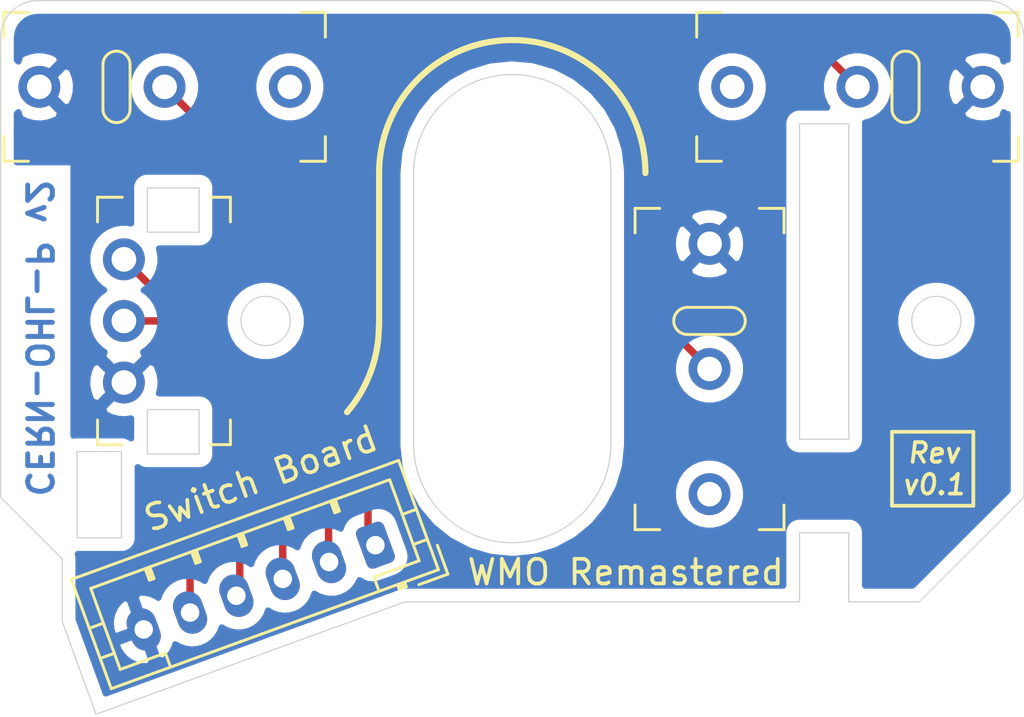
<source format=kicad_pcb>
(kicad_pcb (version 20171130) (host pcbnew 5.1.8)

  (general
    (thickness 1.6)
    (drawings 44)
    (tracks 28)
    (zones 0)
    (modules 5)
    (nets 7)
  )

  (page A4)
  (layers
    (0 F.Cu signal)
    (31 B.Cu signal)
    (32 B.Adhes user)
    (33 F.Adhes user)
    (34 B.Paste user)
    (35 F.Paste user)
    (36 B.SilkS user)
    (37 F.SilkS user)
    (38 B.Mask user)
    (39 F.Mask user)
    (40 Dwgs.User user)
    (41 Cmts.User user)
    (42 Eco1.User user)
    (43 Eco2.User user)
    (44 Edge.Cuts user)
    (45 Margin user)
    (46 B.CrtYd user)
    (47 F.CrtYd user)
    (48 B.Fab user)
    (49 F.Fab user)
  )

  (setup
    (last_trace_width 0.3)
    (user_trace_width 0.3)
    (user_trace_width 0.5)
    (trace_clearance 0.2)
    (zone_clearance 0.508)
    (zone_45_only no)
    (trace_min 0.2)
    (via_size 0.8)
    (via_drill 0.4)
    (via_min_size 0.4)
    (via_min_drill 0.3)
    (user_via 0.6 0.3)
    (uvia_size 0.3)
    (uvia_drill 0.1)
    (uvias_allowed no)
    (uvia_min_size 0.2)
    (uvia_min_drill 0.1)
    (edge_width 0.05)
    (segment_width 0.2)
    (pcb_text_width 0.3)
    (pcb_text_size 1.5 1.5)
    (mod_edge_width 0.12)
    (mod_text_size 1 1)
    (mod_text_width 0.15)
    (pad_size 1.524 1.524)
    (pad_drill 0.762)
    (pad_to_mask_clearance 0.05)
    (aux_axis_origin 100 70)
    (grid_origin 100 70)
    (visible_elements FFFFFF7F)
    (pcbplotparams
      (layerselection 0x010fc_ffffffff)
      (usegerberextensions false)
      (usegerberattributes true)
      (usegerberadvancedattributes true)
      (creategerberjobfile true)
      (excludeedgelayer true)
      (linewidth 0.100000)
      (plotframeref false)
      (viasonmask false)
      (mode 1)
      (useauxorigin false)
      (hpglpennumber 1)
      (hpglpenspeed 20)
      (hpglpendiameter 15.000000)
      (psnegative false)
      (psa4output false)
      (plotreference true)
      (plotvalue true)
      (plotinvisibletext false)
      (padsonsilk false)
      (subtractmaskfromsilk false)
      (outputformat 1)
      (mirror false)
      (drillshape 0)
      (scaleselection 1)
      (outputdirectory "gerber/"))
  )

  (net 0 "")
  (net 1 GND)
  (net 2 /BTN_R)
  (net 3 /BTN_M)
  (net 4 /BTN_L)
  (net 5 /ENC_B)
  (net 6 /ENC_A)

  (net_class Default "This is the default net class."
    (clearance 0.2)
    (trace_width 0.3)
    (via_dia 0.8)
    (via_drill 0.4)
    (uvia_dia 0.3)
    (uvia_drill 0.1)
    (add_net /BTN_L)
    (add_net /BTN_M)
    (add_net /BTN_R)
    (add_net /ENC_A)
    (add_net /ENC_B)
    (add_net GND)
  )

  (net_class power ""
    (clearance 0.2)
    (trace_width 0.5)
    (via_dia 0.8)
    (via_drill 0.4)
    (uvia_dia 0.3)
    (uvia_drill 0.1)
  )

  (module Connector_JST:JST_PH_B6B-PH-K_1x06_P2.00mm_Vertical (layer F.Cu) (tedit 5B7745C2) (tstamp 5FBFCF54)
    (at 94.45 79.6 200)
    (descr "JST PH series connector, B6B-PH-K (http://www.jst-mfg.com/product/pdf/eng/ePH.pdf), generated with kicad-footprint-generator")
    (tags "connector JST PH side entry")
    (path /5FBFB612)
    (fp_text reference J101 (at 5 -2.9 20) (layer F.SilkS) hide
      (effects (font (size 1 1) (thickness 0.15)))
    )
    (fp_text value Conn_01x06 (at 5 4 20) (layer F.Fab) hide
      (effects (font (size 1 1) (thickness 0.15)))
    )
    (fp_line (start -2.06 -1.81) (end -2.06 2.91) (layer F.SilkS) (width 0.12))
    (fp_line (start -2.06 2.91) (end 12.06 2.91) (layer F.SilkS) (width 0.12))
    (fp_line (start 12.06 2.91) (end 12.06 -1.81) (layer F.SilkS) (width 0.12))
    (fp_line (start 12.06 -1.81) (end -2.06 -1.81) (layer F.SilkS) (width 0.12))
    (fp_line (start -0.3 -1.81) (end -0.3 -2.01) (layer F.SilkS) (width 0.12))
    (fp_line (start -0.3 -2.01) (end -0.6 -2.01) (layer F.SilkS) (width 0.12))
    (fp_line (start -0.6 -2.01) (end -0.6 -1.81) (layer F.SilkS) (width 0.12))
    (fp_line (start -0.3 -1.91) (end -0.6 -1.91) (layer F.SilkS) (width 0.12))
    (fp_line (start 0.5 -1.81) (end 0.5 -1.2) (layer F.SilkS) (width 0.12))
    (fp_line (start 0.5 -1.2) (end -1.45 -1.2) (layer F.SilkS) (width 0.12))
    (fp_line (start -1.45 -1.2) (end -1.45 2.3) (layer F.SilkS) (width 0.12))
    (fp_line (start -1.45 2.3) (end 11.45 2.3) (layer F.SilkS) (width 0.12))
    (fp_line (start 11.45 2.3) (end 11.45 -1.2) (layer F.SilkS) (width 0.12))
    (fp_line (start 11.45 -1.2) (end 9.5 -1.2) (layer F.SilkS) (width 0.12))
    (fp_line (start 9.5 -1.2) (end 9.5 -1.81) (layer F.SilkS) (width 0.12))
    (fp_line (start -2.06 -0.5) (end -1.45 -0.5) (layer F.SilkS) (width 0.12))
    (fp_line (start -2.06 0.8) (end -1.45 0.8) (layer F.SilkS) (width 0.12))
    (fp_line (start 12.06 -0.5) (end 11.45 -0.5) (layer F.SilkS) (width 0.12))
    (fp_line (start 12.06 0.8) (end 11.45 0.8) (layer F.SilkS) (width 0.12))
    (fp_line (start 0.9 2.3) (end 0.9 1.8) (layer F.SilkS) (width 0.12))
    (fp_line (start 0.9 1.8) (end 1.1 1.8) (layer F.SilkS) (width 0.12))
    (fp_line (start 1.1 1.8) (end 1.1 2.3) (layer F.SilkS) (width 0.12))
    (fp_line (start 1 2.3) (end 1 1.8) (layer F.SilkS) (width 0.12))
    (fp_line (start 2.9 2.3) (end 2.9 1.8) (layer F.SilkS) (width 0.12))
    (fp_line (start 2.9 1.8) (end 3.1 1.8) (layer F.SilkS) (width 0.12))
    (fp_line (start 3.1 1.8) (end 3.1 2.3) (layer F.SilkS) (width 0.12))
    (fp_line (start 3 2.3) (end 3 1.8) (layer F.SilkS) (width 0.12))
    (fp_line (start 4.9 2.3) (end 4.9 1.8) (layer F.SilkS) (width 0.12))
    (fp_line (start 4.9 1.8) (end 5.1 1.8) (layer F.SilkS) (width 0.12))
    (fp_line (start 5.1 1.8) (end 5.1 2.3) (layer F.SilkS) (width 0.12))
    (fp_line (start 5 2.3) (end 5 1.8) (layer F.SilkS) (width 0.12))
    (fp_line (start 6.9 2.3) (end 6.9 1.8) (layer F.SilkS) (width 0.12))
    (fp_line (start 6.9 1.8) (end 7.1 1.8) (layer F.SilkS) (width 0.12))
    (fp_line (start 7.1 1.8) (end 7.1 2.3) (layer F.SilkS) (width 0.12))
    (fp_line (start 7 2.3) (end 7 1.8) (layer F.SilkS) (width 0.12))
    (fp_line (start 8.9 2.3) (end 8.9 1.8) (layer F.SilkS) (width 0.12))
    (fp_line (start 8.9 1.8) (end 9.1 1.8) (layer F.SilkS) (width 0.12))
    (fp_line (start 9.1 1.8) (end 9.1 2.3) (layer F.SilkS) (width 0.12))
    (fp_line (start 9 2.3) (end 9 1.8) (layer F.SilkS) (width 0.12))
    (fp_line (start -1.11 -2.11) (end -2.36 -2.11) (layer F.SilkS) (width 0.12))
    (fp_line (start -2.36 -2.11) (end -2.36 -0.86) (layer F.SilkS) (width 0.12))
    (fp_line (start -1.11 -2.11) (end -2.36 -2.11) (layer F.Fab) (width 0.1))
    (fp_line (start -2.36 -2.11) (end -2.36 -0.86) (layer F.Fab) (width 0.1))
    (fp_line (start -1.95 -1.7) (end -1.95 2.8) (layer F.Fab) (width 0.1))
    (fp_line (start -1.95 2.8) (end 11.95 2.8) (layer F.Fab) (width 0.1))
    (fp_line (start 11.95 2.8) (end 11.95 -1.7) (layer F.Fab) (width 0.1))
    (fp_line (start 11.95 -1.7) (end -1.95 -1.7) (layer F.Fab) (width 0.1))
    (fp_line (start -2.45 -2.2) (end -2.45 3.3) (layer F.CrtYd) (width 0.05))
    (fp_line (start -2.45 3.3) (end 12.45 3.3) (layer F.CrtYd) (width 0.05))
    (fp_line (start 12.45 3.3) (end 12.45 -2.2) (layer F.CrtYd) (width 0.05))
    (fp_line (start 12.45 -2.2) (end -2.45 -2.2) (layer F.CrtYd) (width 0.05))
    (fp_text user %R (at 5 1.5 20) (layer F.Fab) hide
      (effects (font (size 1 1) (thickness 0.15)))
    )
    (pad 6 thru_hole oval (at 10 0 200) (size 1.2 1.75) (drill 0.75) (layers *.Cu *.Mask)
      (net 1 GND))
    (pad 5 thru_hole oval (at 8 0 200) (size 1.2 1.75) (drill 0.75) (layers *.Cu *.Mask)
      (net 5 /ENC_B))
    (pad 4 thru_hole oval (at 6 0 200) (size 1.2 1.75) (drill 0.75) (layers *.Cu *.Mask)
      (net 6 /ENC_A))
    (pad 3 thru_hole oval (at 4 0 200) (size 1.2 1.75) (drill 0.75) (layers *.Cu *.Mask)
      (net 4 /BTN_L))
    (pad 2 thru_hole oval (at 2 0 200) (size 1.2 1.75) (drill 0.75) (layers *.Cu *.Mask)
      (net 2 /BTN_R))
    (pad 1 thru_hole roundrect (at 0 0 200) (size 1.2 1.75) (drill 0.75) (layers *.Cu *.Mask) (roundrect_rratio 0.2083325)
      (net 3 /BTN_M))
    (model ${KISYS3DMOD}/Connector_JST.3dshapes/JST_PH_B6B-PH-K_1x06_P2.00mm_Vertical.wrl
      (at (xyz 0 0 0))
      (scale (xyz 1 1 1))
      (rotate (xyz 0 0 0))
    )
  )

  (module Swtiches:Encoder (layer F.Cu) (tedit 5FBEE739) (tstamp 5FBF5837)
    (at 84.25 70.5 270)
    (path /5FBF0004)
    (fp_text reference SW104 (at 0 -2.2 90) (layer F.SilkS) hide
      (effects (font (size 1 1) (thickness 0.15)))
    )
    (fp_text value Rotary_Encoder (at 0 0 90) (layer F.Fab) hide
      (effects (font (size 1 1) (thickness 0.15)))
    )
    (fp_line (start 0 -1.2) (end 0 -3.7) (layer Dwgs.User) (width 0.12))
    (fp_line (start 5.02 1.07) (end 5.02 0.07) (layer F.SilkS) (width 0.12))
    (fp_line (start 5.02 1.07) (end 4.02 1.07) (layer F.SilkS) (width 0.12))
    (fp_line (start -5.02 1.07) (end -4.02 1.07) (layer F.SilkS) (width 0.12))
    (fp_line (start -5.02 1.07) (end -5.02 0.07) (layer F.SilkS) (width 0.12))
    (fp_line (start -5.02 -4.32) (end -5.02 -3.52) (layer F.SilkS) (width 0.12))
    (fp_line (start -5.02 -4.32) (end -4.02 -4.32) (layer F.SilkS) (width 0.12))
    (fp_line (start 5.02 -4.32) (end 4.02 -4.32) (layer F.SilkS) (width 0.12))
    (fp_line (start 5.02 -4.32) (end 5.02 -3.52) (layer F.SilkS) (width 0.12))
    (fp_line (start -4.9 0.95) (end -4.9 -4.2) (layer F.Fab) (width 0.12))
    (fp_line (start 4.9 0.95) (end -4.9 0.95) (layer F.Fab) (width 0.12))
    (fp_line (start 4.9 -4.2) (end 4.9 0.95) (layer F.Fab) (width 0.12))
    (fp_line (start -4.9 -4.2) (end 4.9 -4.2) (layer F.Fab) (width 0.12))
    (fp_line (start 3.6 -3.05) (end 3.6 -0.95) (layer Edge.Cuts) (width 0.05))
    (fp_line (start 3.6 -3.05) (end 5.4 -3.05) (layer Edge.Cuts) (width 0.05))
    (fp_line (start 5.4 -0.95) (end 5.4 -3.05) (layer Edge.Cuts) (width 0.05))
    (fp_line (start 3.6 -0.95) (end 5.4 -0.95) (layer Edge.Cuts) (width 0.05))
    (fp_line (start -5.4 -3.05) (end -3.6 -3.05) (layer Edge.Cuts) (width 0.05))
    (fp_line (start -3.6 -0.95) (end -3.6 -3.05) (layer Edge.Cuts) (width 0.05))
    (fp_line (start -5.4 -0.95) (end -3.6 -0.95) (layer Edge.Cuts) (width 0.05))
    (fp_line (start -5.4 -3.05) (end -5.4 -0.95) (layer Edge.Cuts) (width 0.05))
    (pad C thru_hole circle (at 2.5 0 270) (size 1.7 1.7) (drill 1) (layers *.Cu *.Mask)
      (net 1 GND))
    (pad B thru_hole circle (at 0 0 270) (size 1.7 1.7) (drill 1) (layers *.Cu *.Mask)
      (net 5 /ENC_B))
    (pad A thru_hole circle (at -2.5 0 270) (size 1.7 1.7) (drill 1) (layers *.Cu *.Mask)
      (net 6 /ENC_A))
  )

  (module Swtiches:Generic (layer F.Cu) (tedit 5FBECF87) (tstamp 5FBF526E)
    (at 85.9 61)
    (path /5FBED23C)
    (fp_text reference SW101 (at 2.85 1.95) (layer F.SilkS) hide
      (effects (font (size 1 1) (thickness 0.15)))
    )
    (fp_text value SW_Push (at 0 0) (layer F.Fab) hide
      (effects (font (size 1 1) (thickness 0.15)))
    )
    (fp_line (start -6.52 3.02) (end -6.52 2.02) (layer F.SilkS) (width 0.12))
    (fp_line (start -6.52 3.02) (end -5.52 3.02) (layer F.SilkS) (width 0.12))
    (fp_line (start 6.52 3.02) (end 5.52 3.02) (layer F.SilkS) (width 0.12))
    (fp_line (start 6.52 3.02) (end 6.52 2.02) (layer F.SilkS) (width 0.12))
    (fp_line (start 6.52 -3.02) (end 6.52 -2.02) (layer F.SilkS) (width 0.12))
    (fp_line (start 6.52 -3.02) (end 5.52 -3.02) (layer F.SilkS) (width 0.12))
    (fp_line (start -6.52 -3.02) (end -5.52 -3.02) (layer F.SilkS) (width 0.12))
    (fp_line (start -6.52 -3.02) (end -6.52 -2.02) (layer F.SilkS) (width 0.12))
    (fp_line (start -6.4 2.9) (end -6.4 -2.9) (layer F.Fab) (width 0.12))
    (fp_line (start 6.4 2.9) (end -6.4 2.9) (layer F.Fab) (width 0.12))
    (fp_line (start 6.4 -2.9) (end 6.4 2.9) (layer F.Fab) (width 0.12))
    (fp_line (start -6.4 -2.9) (end 6.4 -2.9) (layer F.Fab) (width 0.12))
    (fp_line (start -1.4 0.9) (end -1.4 -0.9) (layer F.SilkS) (width 0.12))
    (fp_line (start -2.5 0.9) (end -2.5 -0.9) (layer F.SilkS) (width 0.12))
    (fp_line (start -1.95 1.45) (end -1.95 -1.45) (layer Dwgs.User) (width 0.12))
    (fp_line (start -1.4 0) (end -2.5 0) (layer Dwgs.User) (width 0.12))
    (fp_arc (start -1.95 0.9) (end -2.5 0.9) (angle -180) (layer F.SilkS) (width 0.12))
    (fp_arc (start -1.95 -0.9) (end -1.4 -0.9) (angle -180) (layer F.SilkS) (width 0.12))
    (pad 3 thru_hole circle (at 5.08 0) (size 1.7 1.7) (drill 1) (layers *.Cu *.Mask))
    (pad 1 thru_hole circle (at -5.08 0) (size 1.7 1.7) (drill 1) (layers *.Cu *.Mask)
      (net 1 GND))
    (pad 2 thru_hole circle (at 0 0) (size 1.7 1.7) (drill 1) (layers *.Cu *.Mask)
      (net 4 /BTN_L))
  )

  (module Swtiches:Generic (layer F.Cu) (tedit 5FBECF87) (tstamp 5FBF51F9)
    (at 108 72.45 270)
    (path /5FBED74C)
    (fp_text reference SW103 (at 2.5 1.85 90) (layer F.SilkS) hide
      (effects (font (size 1 1) (thickness 0.15)))
    )
    (fp_text value SW_Push (at 0 0 90) (layer F.Fab) hide
      (effects (font (size 1 1) (thickness 0.15)))
    )
    (fp_line (start -6.52 3.02) (end -6.52 2.02) (layer F.SilkS) (width 0.12))
    (fp_line (start -6.52 3.02) (end -5.52 3.02) (layer F.SilkS) (width 0.12))
    (fp_line (start 6.52 3.02) (end 5.52 3.02) (layer F.SilkS) (width 0.12))
    (fp_line (start 6.52 3.02) (end 6.52 2.02) (layer F.SilkS) (width 0.12))
    (fp_line (start 6.52 -3.02) (end 6.52 -2.02) (layer F.SilkS) (width 0.12))
    (fp_line (start 6.52 -3.02) (end 5.52 -3.02) (layer F.SilkS) (width 0.12))
    (fp_line (start -6.52 -3.02) (end -5.52 -3.02) (layer F.SilkS) (width 0.12))
    (fp_line (start -6.52 -3.02) (end -6.52 -2.02) (layer F.SilkS) (width 0.12))
    (fp_line (start -6.4 2.9) (end -6.4 -2.9) (layer F.Fab) (width 0.12))
    (fp_line (start 6.4 2.9) (end -6.4 2.9) (layer F.Fab) (width 0.12))
    (fp_line (start 6.4 -2.9) (end 6.4 2.9) (layer F.Fab) (width 0.12))
    (fp_line (start -6.4 -2.9) (end 6.4 -2.9) (layer F.Fab) (width 0.12))
    (fp_line (start -1.4 0.9) (end -1.4 -0.9) (layer F.SilkS) (width 0.12))
    (fp_line (start -2.5 0.9) (end -2.5 -0.9) (layer F.SilkS) (width 0.12))
    (fp_line (start -1.95 1.45) (end -1.95 -1.45) (layer Dwgs.User) (width 0.12))
    (fp_line (start -1.4 0) (end -2.5 0) (layer Dwgs.User) (width 0.12))
    (fp_arc (start -1.95 0.9) (end -2.5 0.9) (angle -180) (layer F.SilkS) (width 0.12))
    (fp_arc (start -1.95 -0.9) (end -1.4 -0.9) (angle -180) (layer F.SilkS) (width 0.12))
    (pad 3 thru_hole circle (at 5.08 0 270) (size 1.7 1.7) (drill 1) (layers *.Cu *.Mask))
    (pad 1 thru_hole circle (at -5.08 0 270) (size 1.7 1.7) (drill 1) (layers *.Cu *.Mask)
      (net 1 GND))
    (pad 2 thru_hole circle (at 0 0 270) (size 1.7 1.7) (drill 1) (layers *.Cu *.Mask)
      (net 3 /BTN_M))
  )

  (module Swtiches:Generic (layer F.Cu) (tedit 5FBECF87) (tstamp 5FBF51E5)
    (at 114 61 180)
    (path /5FBED582)
    (fp_text reference SW102 (at 2.5 1.9) (layer F.SilkS) hide
      (effects (font (size 1 1) (thickness 0.15)))
    )
    (fp_text value SW_Push (at 0 0) (layer F.Fab) hide
      (effects (font (size 1 1) (thickness 0.15)))
    )
    (fp_line (start -6.52 3.02) (end -6.52 2.02) (layer F.SilkS) (width 0.12))
    (fp_line (start -6.52 3.02) (end -5.52 3.02) (layer F.SilkS) (width 0.12))
    (fp_line (start 6.52 3.02) (end 5.52 3.02) (layer F.SilkS) (width 0.12))
    (fp_line (start 6.52 3.02) (end 6.52 2.02) (layer F.SilkS) (width 0.12))
    (fp_line (start 6.52 -3.02) (end 6.52 -2.02) (layer F.SilkS) (width 0.12))
    (fp_line (start 6.52 -3.02) (end 5.52 -3.02) (layer F.SilkS) (width 0.12))
    (fp_line (start -6.52 -3.02) (end -5.52 -3.02) (layer F.SilkS) (width 0.12))
    (fp_line (start -6.52 -3.02) (end -6.52 -2.02) (layer F.SilkS) (width 0.12))
    (fp_line (start -6.4 2.9) (end -6.4 -2.9) (layer F.Fab) (width 0.12))
    (fp_line (start 6.4 2.9) (end -6.4 2.9) (layer F.Fab) (width 0.12))
    (fp_line (start 6.4 -2.9) (end 6.4 2.9) (layer F.Fab) (width 0.12))
    (fp_line (start -6.4 -2.9) (end 6.4 -2.9) (layer F.Fab) (width 0.12))
    (fp_line (start -1.4 0.9) (end -1.4 -0.9) (layer F.SilkS) (width 0.12))
    (fp_line (start -2.5 0.9) (end -2.5 -0.9) (layer F.SilkS) (width 0.12))
    (fp_line (start -1.95 1.45) (end -1.95 -1.45) (layer Dwgs.User) (width 0.12))
    (fp_line (start -1.4 0) (end -2.5 0) (layer Dwgs.User) (width 0.12))
    (fp_arc (start -1.95 0.9) (end -2.5 0.9) (angle -180) (layer F.SilkS) (width 0.12))
    (fp_arc (start -1.95 -0.9) (end -1.4 -0.9) (angle -180) (layer F.SilkS) (width 0.12))
    (pad 3 thru_hole circle (at 5.08 0 180) (size 1.7 1.7) (drill 1) (layers *.Cu *.Mask))
    (pad 1 thru_hole circle (at -5.08 0 180) (size 1.7 1.7) (drill 1) (layers *.Cu *.Mask)
      (net 1 GND))
    (pad 2 thru_hole circle (at 0 0 180) (size 1.7 1.7) (drill 1) (layers *.Cu *.Mask)
      (net 2 /BTN_R))
  )

  (gr_arc (start 89.2 70.7) (end 93.3 74.2) (angle -40.5) (layer F.SilkS) (width 0.25) (tstamp 5FCB4910))
  (gr_arc (start 100 64.5) (end 105.400001 64.5) (angle -90) (layer F.SilkS) (width 0.25) (tstamp 5FCB48FC))
  (gr_line (start 94.6 64.5) (end 94.6 70.7) (layer F.SilkS) (width 0.25) (tstamp 5FCB484A))
  (gr_arc (start 100 64.5) (end 100 59.1) (angle -90) (layer F.SilkS) (width 0.25))
  (gr_text "CERN-OHL-P v2" (at 80.8 71.2 270) (layer B.Cu) (tstamp 5FCB3FBA)
    (effects (font (size 1 1) (thickness 0.2)) (justify mirror))
  )
  (gr_line (start 118.7 75) (end 118.7 78) (layer F.SilkS) (width 0.15) (tstamp 5FCB3FB0))
  (gr_line (start 118.7 78) (end 115.4 78) (layer F.SilkS) (width 0.15) (tstamp 5FCB3FAF))
  (gr_line (start 115.4 78) (end 115.4 75) (layer F.SilkS) (width 0.15) (tstamp 5FCB3FAE))
  (gr_text "Rev\nv0.1" (at 117.1 76.5) (layer F.SilkS) (tstamp 5FCB3FAD)
    (effects (font (size 0.8 0.8) (thickness 0.15) italic))
  )
  (gr_line (start 115.4 75) (end 118.7 75) (layer F.SilkS) (width 0.15) (tstamp 5FCB3FAC))
  (gr_text "Switch Board" (at 89.8 76.9 20) (layer F.SilkS)
    (effects (font (size 1 1) (thickness 0.15)))
  )
  (gr_text "WMO Remastered" (at 104.6 80.7) (layer F.SilkS)
    (effects (font (size 1 1) (thickness 0.15)))
  )
  (gr_line (start 100 64.5) (end 100 75.5) (layer Dwgs.User) (width 0.15))
  (gr_line (start 101 70) (end 99 70) (layer Dwgs.User) (width 0.15))
  (gr_line (start 82.810262 85.613047) (end 83.118867 86.462157) (layer Edge.Cuts) (width 0.05))
  (gr_line (start 95.65 81.9) (end 111.65 81.9) (angle 90) (layer Edge.Cuts) (width 0.05) (tstamp 5FBEF32E))
  (gr_line (start 81.75 80.157) (end 81.75 82.7) (angle 90) (layer Edge.Cuts) (width 0.05) (tstamp 5FBEF32D))
  (gr_line (start 95.65 81.9) (end 83.118867 86.462157) (angle 90) (layer Edge.Cuts) (width 0.05) (tstamp 5FBEF32C))
  (gr_line (start 81.75 80.157) (end 79.25 77.657) (angle 90) (layer Edge.Cuts) (width 0.05) (tstamp 5FBEF32B))
  (gr_line (start 81.75 82.7) (end 82.810262 85.613047) (angle 90) (layer Edge.Cuts) (width 0.05) (tstamp 5FBEF32A))
  (gr_line (start 82.35 79.3) (end 82.35 75.8) (angle 90) (layer Edge.Cuts) (width 0.05))
  (gr_line (start 84.15 79.3) (end 82.35 79.3) (angle 90) (layer Edge.Cuts) (width 0.05))
  (gr_line (start 84.15 75.8) (end 84.15 79.3) (angle 90) (layer Edge.Cuts) (width 0.05))
  (gr_line (start 82.35 75.8) (end 84.15 75.8) (angle 90) (layer Edge.Cuts) (width 0.05))
  (gr_line (start 79.25 77.657) (end 79.25 59) (angle 90) (layer Edge.Cuts) (width 0.05))
  (gr_line (start 80.75 57.5) (end 119.25 57.5) (angle 90) (layer Edge.Cuts) (width 0.05))
  (gr_arc (start 119.25 59) (end 120.75 59) (angle -90) (layer Edge.Cuts) (width 0.05))
  (gr_arc (start 80.75 59) (end 80.75 57.5) (angle -90) (layer Edge.Cuts) (width 0.05))
  (gr_line (start 104 64.5) (end 104 75.5) (angle 90) (layer Edge.Cuts) (width 0.05))
  (gr_arc (start 100 64.5) (end 104 64.5) (angle -180) (layer Edge.Cuts) (width 0.05))
  (gr_arc (start 100 75.5) (end 96 75.5) (angle -180) (layer Edge.Cuts) (width 0.05))
  (gr_line (start 96 64.5) (end 96 75.5) (angle 90) (layer Edge.Cuts) (width 0.05))
  (gr_circle (center 90 70.5) (end 89 70.5) (layer Edge.Cuts) (width 0.05))
  (gr_circle (center 117.2 70.5) (end 116.2 70.5) (layer Edge.Cuts) (width 0.05))
  (gr_line (start 113.65 62.5) (end 113.65 75.3) (angle 90) (layer Edge.Cuts) (width 0.05))
  (gr_line (start 111.65 62.5) (end 113.65 62.5) (angle 90) (layer Edge.Cuts) (width 0.05))
  (gr_line (start 111.65 75.3) (end 111.65 62.5) (angle 90) (layer Edge.Cuts) (width 0.05))
  (gr_line (start 113.65 75.3) (end 111.65 75.3) (angle 90) (layer Edge.Cuts) (width 0.05))
  (gr_line (start 113.65 81.9) (end 116.507 81.9) (angle 90) (layer Edge.Cuts) (width 0.05))
  (gr_line (start 113.65 81.9) (end 113.65 79.1) (angle 90) (layer Edge.Cuts) (width 0.05))
  (gr_line (start 111.65 79.1) (end 111.65 81.9) (angle 90) (layer Edge.Cuts) (width 0.05))
  (gr_line (start 113.65 79.1) (end 111.65 79.1) (angle 90) (layer Edge.Cuts) (width 0.05))
  (gr_line (start 116.507 81.9) (end 120.75 77.657) (angle 90) (layer Edge.Cuts) (width 0.05))
  (gr_line (start 120.75 59) (end 120.75 77.657) (angle 90) (layer Edge.Cuts) (width 0.05))

  (segment (start 111.8 58.8) (end 114 61) (width 0.3) (layer F.Cu) (net 2))
  (segment (start 97.15 58.8) (end 111.8 58.8) (width 0.3) (layer F.Cu) (net 2))
  (segment (start 93.35 62.6) (end 97.15 58.8) (width 0.3) (layer F.Cu) (net 2))
  (segment (start 93.35 78) (end 93.35 62.6) (width 0.3) (layer F.Cu) (net 2))
  (segment (start 92.55 78.8) (end 93.35 78) (width 0.3) (layer F.Cu) (net 2))
  (segment (start 92.55 80.263425) (end 92.55 78.8) (width 0.3) (layer F.Cu) (net 2))
  (segment (start 92.570615 80.28404) (end 92.55 80.263425) (width 0.3) (layer F.Cu) (net 2))
  (segment (start 105.85 70.3) (end 108 72.45) (width 0.3) (layer F.Cu) (net 3))
  (segment (start 105.85 62.8) (end 105.85 70.3) (width 0.3) (layer F.Cu) (net 3))
  (segment (start 102.55 59.5) (end 105.85 62.8) (width 0.3) (layer F.Cu) (net 3))
  (segment (start 97.45 59.5) (end 102.55 59.5) (width 0.3) (layer F.Cu) (net 3))
  (segment (start 94.15 62.8) (end 97.45 59.5) (width 0.3) (layer F.Cu) (net 3))
  (segment (start 94.15 79.3) (end 94.15 62.8) (width 0.3) (layer F.Cu) (net 3))
  (segment (start 94.45 79.6) (end 94.15 79.3) (width 0.3) (layer F.Cu) (net 3))
  (segment (start 90.69123 80.968081) (end 90.69123 79.55877) (width 0.3) (layer F.Cu) (net 4))
  (segment (start 90.69123 79.55877) (end 92.55 77.7) (width 0.3) (layer F.Cu) (net 4))
  (segment (start 92.55 77.7) (end 92.55 65) (width 0.3) (layer F.Cu) (net 4))
  (segment (start 92.55 65) (end 90.85 63.3) (width 0.3) (layer F.Cu) (net 4))
  (segment (start 90.85 63.3) (end 88.2 63.3) (width 0.3) (layer F.Cu) (net 4))
  (segment (start 88.2 63.3) (end 85.9 61) (width 0.3) (layer F.Cu) (net 4))
  (segment (start 85.65 70.5) (end 84.25 70.5) (width 0.3) (layer F.Cu) (net 5))
  (segment (start 88.25 73.1) (end 85.65 70.5) (width 0.3) (layer F.Cu) (net 5))
  (segment (start 88.25 78.9) (end 88.25 73.1) (width 0.3) (layer F.Cu) (net 5))
  (segment (start 86.932459 80.217541) (end 88.25 78.9) (width 0.3) (layer F.Cu) (net 5))
  (segment (start 86.932459 82.336161) (end 86.932459 80.217541) (width 0.3) (layer F.Cu) (net 5))
  (segment (start 88.95 72.7) (end 84.25 68) (width 0.3) (layer F.Cu) (net 6))
  (segment (start 88.95 81.513965) (end 88.95 72.7) (width 0.3) (layer F.Cu) (net 6))
  (segment (start 88.811844 81.652121) (end 88.95 81.513965) (width 0.3) (layer F.Cu) (net 6))

  (zone (net 1) (net_name GND) (layer B.Cu) (tstamp 5FCB525F) (hatch edge 0.508)
    (connect_pads (clearance 0.508))
    (min_thickness 0.254)
    (fill yes (arc_segments 32) (thermal_gap 0.508) (thermal_bridge_width 0.508))
    (polygon
      (pts
        (xy 120.75 77.7) (xy 116.55 81.9) (xy 95.65 81.9) (xy 83.05 86.6) (xy 81.75 82.7)
        (xy 81.75 80.2) (xy 79.25 77.7) (xy 79.25 57.5) (xy 120.75 57.5)
      )
    )
    (filled_polygon
      (pts
        (xy 119.41254 58.179102) (xy 119.568894 58.226308) (xy 119.713096 58.302982) (xy 119.839663 58.406207) (xy 119.943769 58.532051)
        (xy 120.021447 58.675711) (xy 120.069742 58.831729) (xy 120.09 59.024473) (xy 120.09 59.9006) (xy 120.044896 59.855496)
        (xy 119.928791 59.971601) (xy 119.851157 59.722528) (xy 119.587117 59.596629) (xy 119.303589 59.524661) (xy 119.011469 59.509389)
        (xy 118.721981 59.551401) (xy 118.446253 59.649081) (xy 118.308843 59.722528) (xy 118.231208 59.971603) (xy 119.08 60.820395)
        (xy 119.094143 60.806253) (xy 119.273748 60.985858) (xy 119.259605 61) (xy 119.273748 61.014143) (xy 119.094143 61.193748)
        (xy 119.08 61.179605) (xy 118.231208 62.028397) (xy 118.308843 62.277472) (xy 118.572883 62.403371) (xy 118.856411 62.475339)
        (xy 119.148531 62.490611) (xy 119.438019 62.448599) (xy 119.713747 62.350919) (xy 119.851157 62.277472) (xy 119.928791 62.028399)
        (xy 120.044896 62.144504) (xy 120.09 62.0994) (xy 120.090001 77.383618) (xy 116.23362 81.24) (xy 114.31 81.24)
        (xy 114.31 79.132419) (xy 114.313193 79.1) (xy 114.30045 78.970617) (xy 114.26271 78.846207) (xy 114.201425 78.73155)
        (xy 114.118948 78.631052) (xy 114.01845 78.548575) (xy 113.903793 78.48729) (xy 113.779383 78.44955) (xy 113.682419 78.44)
        (xy 113.65 78.436807) (xy 113.617581 78.44) (xy 111.682419 78.44) (xy 111.65 78.436807) (xy 111.617581 78.44)
        (xy 111.520617 78.44955) (xy 111.396207 78.48729) (xy 111.28155 78.548575) (xy 111.181052 78.631052) (xy 111.098575 78.73155)
        (xy 111.03729 78.846207) (xy 110.99955 78.970617) (xy 110.986807 79.1) (xy 110.99 79.13242) (xy 110.990001 81.24)
        (xy 95.696836 81.24) (xy 95.678872 81.237437) (xy 95.631991 81.24) (xy 95.617581 81.24) (xy 95.599602 81.241771)
        (xy 95.549058 81.244534) (xy 95.535031 81.24813) (xy 95.520617 81.24955) (xy 95.472158 81.26425) (xy 95.454677 81.268732)
        (xy 95.441154 81.273655) (xy 95.396207 81.28729) (xy 95.380196 81.295848) (xy 83.513599 85.61607) (xy 83.441588 85.417937)
        (xy 83.441547 85.417777) (xy 83.42962 85.385007) (xy 83.419489 85.357133) (xy 83.419428 85.357006) (xy 82.766077 83.561937)
        (xy 83.93599 83.561937) (xy 84.030046 83.820352) (xy 84.157198 84.027875) (xy 84.322392 84.206604) (xy 84.519281 84.349671)
        (xy 84.740297 84.451578) (xy 84.976947 84.508409) (xy 85.220138 84.51798) (xy 85.256863 84.508733) (xy 85.393316 84.326332)
        (xy 84.97717 83.182979) (xy 83.93599 83.561937) (xy 82.766077 83.561937) (xy 82.497539 82.824136) (xy 83.719073 82.824136)
        (xy 83.755062 83.064839) (xy 83.849117 83.323255) (xy 84.890296 82.944297) (xy 84.47415 81.800943) (xy 84.252376 81.748927)
        (xy 84.218299 81.765449) (xy 84.038156 81.929101) (xy 83.893402 82.124752) (xy 83.789598 82.344884) (xy 83.730734 82.581037)
        (xy 83.719073 82.824136) (xy 82.497539 82.824136) (xy 82.41 82.583625) (xy 82.41 81.71407) (xy 84.712832 81.71407)
        (xy 85.128978 82.857423) (xy 85.147772 82.850582) (xy 85.234645 83.089265) (xy 85.215852 83.096105) (xy 85.631998 84.239459)
        (xy 85.853772 84.291475) (xy 85.887849 84.274953) (xy 86.067992 84.111301) (xy 86.212746 83.91565) (xy 86.31655 83.695518)
        (xy 86.335242 83.620528) (xy 86.502059 83.719282) (xy 86.731555 83.799987) (xy 86.972386 83.834369) (xy 87.215299 83.821107)
        (xy 87.450955 83.760709) (xy 87.670301 83.655498) (xy 87.864907 83.509516) (xy 88.027294 83.328373) (xy 88.151221 83.119031)
        (xy 88.215279 82.936874) (xy 88.381444 83.035242) (xy 88.61094 83.115947) (xy 88.851771 83.150329) (xy 89.094684 83.137067)
        (xy 89.33034 83.076669) (xy 89.549686 82.971458) (xy 89.744292 82.825476) (xy 89.906679 82.644333) (xy 90.030606 82.434991)
        (xy 90.094664 82.252834) (xy 90.26083 82.351202) (xy 90.490326 82.431907) (xy 90.731157 82.466289) (xy 90.97407 82.453027)
        (xy 91.209726 82.392629) (xy 91.429072 82.287418) (xy 91.623678 82.141436) (xy 91.786065 81.960293) (xy 91.909992 81.750951)
        (xy 91.97405 81.568793) (xy 92.140215 81.667161) (xy 92.369711 81.747866) (xy 92.610542 81.782248) (xy 92.853455 81.768986)
        (xy 93.089111 81.708588) (xy 93.308457 81.603377) (xy 93.503063 81.457395) (xy 93.66545 81.276252) (xy 93.789377 81.06691)
        (xy 93.805947 81.01979) (xy 93.809746 81.023196) (xy 93.959555 81.111882) (xy 94.123789 81.169637) (xy 94.296133 81.194242)
        (xy 94.469967 81.184751) (xy 94.638609 81.14153) (xy 95.296395 80.902115) (xy 95.453364 80.826823) (xy 95.592628 80.722355)
        (xy 95.708836 80.592726) (xy 95.797522 80.442916) (xy 95.855277 80.278683) (xy 95.879882 80.106338) (xy 95.870391 79.932504)
        (xy 95.82717 79.763863) (xy 95.399644 78.589246) (xy 95.324352 78.432276) (xy 95.219884 78.293012) (xy 95.090254 78.176804)
        (xy 94.940445 78.088118) (xy 94.776211 78.030363) (xy 94.603867 78.005758) (xy 94.430033 78.015249) (xy 94.261391 78.05847)
        (xy 93.603605 78.297885) (xy 93.446636 78.373177) (xy 93.307372 78.477645) (xy 93.191164 78.607274) (xy 93.102478 78.757084)
        (xy 93.044723 78.921317) (xy 93.044002 78.926367) (xy 93.001015 78.900919) (xy 92.771518 78.820214) (xy 92.530687 78.785832)
        (xy 92.287775 78.799094) (xy 92.052119 78.859491) (xy 91.832773 78.964703) (xy 91.638167 79.110685) (xy 91.47578 79.291827)
        (xy 91.351853 79.501169) (xy 91.287795 79.683327) (xy 91.12163 79.58496) (xy 90.892133 79.504255) (xy 90.651302 79.469873)
        (xy 90.40839 79.483135) (xy 90.172734 79.543532) (xy 89.953388 79.648744) (xy 89.758782 79.794726) (xy 89.596395 79.975868)
        (xy 89.472468 80.18521) (xy 89.40841 80.367368) (xy 89.242244 80.269) (xy 89.012747 80.188295) (xy 88.771916 80.153913)
        (xy 88.529004 80.167175) (xy 88.293348 80.227572) (xy 88.074002 80.332784) (xy 87.879396 80.478766) (xy 87.717009 80.659908)
        (xy 87.593082 80.86925) (xy 87.529025 81.051407) (xy 87.362859 80.95304) (xy 87.133362 80.872335) (xy 86.892531 80.837953)
        (xy 86.649619 80.851215) (xy 86.413963 80.911612) (xy 86.194617 81.016824) (xy 86.000011 81.162806) (xy 85.837624 81.343948)
        (xy 85.713697 81.55329) (xy 85.649388 81.736161) (xy 85.586867 81.690731) (xy 85.365851 81.588824) (xy 85.129201 81.531993)
        (xy 84.88601 81.522422) (xy 84.849285 81.531669) (xy 84.712832 81.71407) (xy 82.41 81.71407) (xy 82.41 80.189409)
        (xy 82.413192 80.157) (xy 82.41 80.124591) (xy 82.41 80.124581) (xy 82.40045 80.027617) (xy 82.38001 79.960237)
        (xy 82.382419 79.96) (xy 84.117581 79.96) (xy 84.15 79.963193) (xy 84.182419 79.96) (xy 84.279383 79.95045)
        (xy 84.403793 79.91271) (xy 84.51845 79.851425) (xy 84.618948 79.768948) (xy 84.701425 79.66845) (xy 84.76271 79.553793)
        (xy 84.80045 79.429383) (xy 84.813193 79.3) (xy 84.81 79.267581) (xy 84.81 76.433739) (xy 84.83155 76.451425)
        (xy 84.946207 76.51271) (xy 85.070617 76.55045) (xy 85.167581 76.56) (xy 85.2 76.563193) (xy 85.232419 76.56)
        (xy 87.267581 76.56) (xy 87.3 76.563193) (xy 87.332419 76.56) (xy 87.429383 76.55045) (xy 87.553793 76.51271)
        (xy 87.66845 76.451425) (xy 87.768948 76.368948) (xy 87.851425 76.26845) (xy 87.91271 76.153793) (xy 87.95045 76.029383)
        (xy 87.963193 75.9) (xy 87.96 75.867581) (xy 87.96 74.132419) (xy 87.963193 74.1) (xy 87.95045 73.970617)
        (xy 87.91271 73.846207) (xy 87.851425 73.73155) (xy 87.768948 73.631052) (xy 87.66845 73.548575) (xy 87.553793 73.48729)
        (xy 87.429383 73.44955) (xy 87.332419 73.44) (xy 87.3 73.436807) (xy 87.267581 73.44) (xy 85.670407 73.44)
        (xy 85.725339 73.223589) (xy 85.740611 72.931469) (xy 85.698599 72.641981) (xy 85.600919 72.366253) (xy 85.527472 72.228843)
        (xy 85.278397 72.151208) (xy 84.429605 73) (xy 84.443748 73.014143) (xy 84.264143 73.193748) (xy 84.25 73.179605)
        (xy 83.401208 74.028397) (xy 83.478843 74.277472) (xy 83.742883 74.403371) (xy 84.026411 74.475339) (xy 84.318531 74.490611)
        (xy 84.54 74.45847) (xy 84.540001 75.266261) (xy 84.51845 75.248575) (xy 84.403793 75.18729) (xy 84.279383 75.14955)
        (xy 84.182419 75.14) (xy 84.15 75.136807) (xy 84.117581 75.14) (xy 82.382419 75.14) (xy 82.35 75.136807)
        (xy 82.317581 75.14) (xy 82.220617 75.14955) (xy 82.205 75.154287) (xy 82.205 73.068531) (xy 82.759389 73.068531)
        (xy 82.801401 73.358019) (xy 82.899081 73.633747) (xy 82.972528 73.771157) (xy 83.221603 73.848792) (xy 84.070395 73)
        (xy 83.221603 72.151208) (xy 82.972528 72.228843) (xy 82.846629 72.492883) (xy 82.774661 72.776411) (xy 82.759389 73.068531)
        (xy 82.205 73.068531) (xy 82.205 67.85374) (xy 82.765 67.85374) (xy 82.765 68.14626) (xy 82.822068 68.433158)
        (xy 82.93401 68.703411) (xy 83.096525 68.946632) (xy 83.303368 69.153475) (xy 83.447828 69.25) (xy 83.303368 69.346525)
        (xy 83.096525 69.553368) (xy 82.93401 69.796589) (xy 82.822068 70.066842) (xy 82.765 70.35374) (xy 82.765 70.64626)
        (xy 82.822068 70.933158) (xy 82.93401 71.203411) (xy 83.096525 71.446632) (xy 83.303368 71.653475) (xy 83.46641 71.762416)
        (xy 83.401208 71.971603) (xy 84.25 72.820395) (xy 85.098792 71.971603) (xy 85.03359 71.762416) (xy 85.196632 71.653475)
        (xy 85.403475 71.446632) (xy 85.56599 71.203411) (xy 85.677932 70.933158) (xy 85.735 70.64626) (xy 85.735 70.35374)
        (xy 85.731339 70.335331) (xy 88.32809 70.335331) (xy 88.32809 70.664669) (xy 88.39234 70.987678) (xy 88.518372 71.291947)
        (xy 88.701342 71.565781) (xy 88.934219 71.798658) (xy 89.208053 71.981628) (xy 89.512322 72.10766) (xy 89.835331 72.17191)
        (xy 90.164669 72.17191) (xy 90.487678 72.10766) (xy 90.791947 71.981628) (xy 91.065781 71.798658) (xy 91.298658 71.565781)
        (xy 91.481628 71.291947) (xy 91.60766 70.987678) (xy 91.67191 70.664669) (xy 91.67191 70.335331) (xy 91.60766 70.012322)
        (xy 91.481628 69.708053) (xy 91.298658 69.434219) (xy 91.065781 69.201342) (xy 90.791947 69.018372) (xy 90.487678 68.89234)
        (xy 90.164669 68.82809) (xy 89.835331 68.82809) (xy 89.512322 68.89234) (xy 89.208053 69.018372) (xy 88.934219 69.201342)
        (xy 88.701342 69.434219) (xy 88.518372 69.708053) (xy 88.39234 70.012322) (xy 88.32809 70.335331) (xy 85.731339 70.335331)
        (xy 85.677932 70.066842) (xy 85.56599 69.796589) (xy 85.403475 69.553368) (xy 85.196632 69.346525) (xy 85.052172 69.25)
        (xy 85.196632 69.153475) (xy 85.403475 68.946632) (xy 85.56599 68.703411) (xy 85.677932 68.433158) (xy 85.735 68.14626)
        (xy 85.735 67.85374) (xy 85.677932 67.566842) (xy 85.675098 67.56) (xy 87.267581 67.56) (xy 87.3 67.563193)
        (xy 87.332419 67.56) (xy 87.429383 67.55045) (xy 87.553793 67.51271) (xy 87.66845 67.451425) (xy 87.768948 67.368948)
        (xy 87.851425 67.26845) (xy 87.91271 67.153793) (xy 87.95045 67.029383) (xy 87.963193 66.9) (xy 87.96 66.867581)
        (xy 87.96 65.132419) (xy 87.963193 65.1) (xy 87.95045 64.970617) (xy 87.91271 64.846207) (xy 87.851425 64.73155)
        (xy 87.768948 64.631052) (xy 87.66845 64.548575) (xy 87.553793 64.48729) (xy 87.488826 64.467582) (xy 95.34 64.467582)
        (xy 95.340001 75.532419) (xy 95.340226 75.534705) (xy 95.340406 75.560457) (xy 95.34354 75.590273) (xy 95.34354 75.620254)
        (xy 95.344503 75.629419) (xy 95.431523 76.405217) (xy 95.443957 76.463713) (xy 95.455579 76.522408) (xy 95.458304 76.531211)
        (xy 95.694353 77.275332) (xy 95.717909 77.330292) (xy 95.740713 77.385619) (xy 95.745097 77.393725) (xy 96.121184 78.077826)
        (xy 96.154965 78.127162) (xy 96.188082 78.177008) (xy 96.193957 78.184108) (xy 96.695758 78.782131) (xy 96.738488 78.823975)
        (xy 96.780647 78.86643) (xy 96.787789 78.872254) (xy 97.396188 79.36142) (xy 97.446225 79.394163) (xy 97.495835 79.427626)
        (xy 97.503972 79.431952) (xy 98.195799 79.79363) (xy 98.251267 79.81604) (xy 98.306406 79.839219) (xy 98.315228 79.841882)
        (xy 99.064129 80.062296) (xy 99.122862 80.0735) (xy 99.181486 80.085534) (xy 99.190657 80.086433) (xy 99.968107 80.157187)
        (xy 100.027925 80.156769) (xy 100.087743 80.157187) (xy 100.096914 80.156287) (xy 100.873302 80.074685) (xy 100.931871 80.062662)
        (xy 100.990657 80.051449) (xy 100.999479 80.048785) (xy 101.745229 79.817937) (xy 101.800359 79.794762) (xy 101.855838 79.772348)
        (xy 101.863974 79.768021) (xy 102.550684 79.396718) (xy 102.600268 79.363273) (xy 102.650331 79.330513) (xy 102.657472 79.324689)
        (xy 103.258983 78.827076) (xy 103.30114 78.784624) (xy 103.343873 78.742777) (xy 103.349741 78.735682) (xy 103.349747 78.735676)
        (xy 103.349751 78.735669) (xy 103.843148 78.130706) (xy 103.87623 78.080913) (xy 103.910048 78.031524) (xy 103.91443 78.023417)
        (xy 104.254553 77.38374) (xy 106.515 77.38374) (xy 106.515 77.67626) (xy 106.572068 77.963158) (xy 106.68401 78.233411)
        (xy 106.846525 78.476632) (xy 107.053368 78.683475) (xy 107.296589 78.84599) (xy 107.566842 78.957932) (xy 107.85374 79.015)
        (xy 108.14626 79.015) (xy 108.433158 78.957932) (xy 108.703411 78.84599) (xy 108.946632 78.683475) (xy 109.153475 78.476632)
        (xy 109.31599 78.233411) (xy 109.427932 77.963158) (xy 109.485 77.67626) (xy 109.485 77.38374) (xy 109.427932 77.096842)
        (xy 109.31599 76.826589) (xy 109.153475 76.583368) (xy 108.946632 76.376525) (xy 108.703411 76.21401) (xy 108.433158 76.102068)
        (xy 108.14626 76.045) (xy 107.85374 76.045) (xy 107.566842 76.102068) (xy 107.296589 76.21401) (xy 107.053368 76.376525)
        (xy 106.846525 76.583368) (xy 106.68401 76.826589) (xy 106.572068 77.096842) (xy 106.515 77.38374) (xy 104.254553 77.38374)
        (xy 104.28093 77.334133) (xy 104.303729 77.278818) (xy 104.32729 77.223846) (xy 104.330015 77.215043) (xy 104.555652 76.467698)
        (xy 104.567277 76.408989) (xy 104.579708 76.350506) (xy 104.580671 76.341341) (xy 104.65685 75.564404) (xy 104.65685 75.564402)
        (xy 104.66 75.532419) (xy 104.66 72.30374) (xy 106.515 72.30374) (xy 106.515 72.59626) (xy 106.572068 72.883158)
        (xy 106.68401 73.153411) (xy 106.846525 73.396632) (xy 107.053368 73.603475) (xy 107.296589 73.76599) (xy 107.566842 73.877932)
        (xy 107.85374 73.935) (xy 108.14626 73.935) (xy 108.433158 73.877932) (xy 108.703411 73.76599) (xy 108.946632 73.603475)
        (xy 109.153475 73.396632) (xy 109.31599 73.153411) (xy 109.427932 72.883158) (xy 109.485 72.59626) (xy 109.485 72.30374)
        (xy 109.427932 72.016842) (xy 109.31599 71.746589) (xy 109.153475 71.503368) (xy 108.946632 71.296525) (xy 108.703411 71.13401)
        (xy 108.433158 71.022068) (xy 108.14626 70.965) (xy 107.85374 70.965) (xy 107.566842 71.022068) (xy 107.296589 71.13401)
        (xy 107.053368 71.296525) (xy 106.846525 71.503368) (xy 106.68401 71.746589) (xy 106.572068 72.016842) (xy 106.515 72.30374)
        (xy 104.66 72.30374) (xy 104.66 68.398397) (xy 107.151208 68.398397) (xy 107.228843 68.647472) (xy 107.492883 68.773371)
        (xy 107.776411 68.845339) (xy 108.068531 68.860611) (xy 108.358019 68.818599) (xy 108.633747 68.720919) (xy 108.771157 68.647472)
        (xy 108.848792 68.398397) (xy 108 67.549605) (xy 107.151208 68.398397) (xy 104.66 68.398397) (xy 104.66 67.438531)
        (xy 106.509389 67.438531) (xy 106.551401 67.728019) (xy 106.649081 68.003747) (xy 106.722528 68.141157) (xy 106.971603 68.218792)
        (xy 107.820395 67.37) (xy 108.179605 67.37) (xy 109.028397 68.218792) (xy 109.277472 68.141157) (xy 109.403371 67.877117)
        (xy 109.475339 67.593589) (xy 109.490611 67.301469) (xy 109.448599 67.011981) (xy 109.350919 66.736253) (xy 109.277472 66.598843)
        (xy 109.028397 66.521208) (xy 108.179605 67.37) (xy 107.820395 67.37) (xy 106.971603 66.521208) (xy 106.722528 66.598843)
        (xy 106.596629 66.862883) (xy 106.524661 67.146411) (xy 106.509389 67.438531) (xy 104.66 67.438531) (xy 104.66 66.341603)
        (xy 107.151208 66.341603) (xy 108 67.190395) (xy 108.848792 66.341603) (xy 108.771157 66.092528) (xy 108.507117 65.966629)
        (xy 108.223589 65.894661) (xy 107.931469 65.879389) (xy 107.641981 65.921401) (xy 107.366253 66.019081) (xy 107.228843 66.092528)
        (xy 107.151208 66.341603) (xy 104.66 66.341603) (xy 104.66 64.467581) (xy 104.659774 64.465284) (xy 104.659594 64.439542)
        (xy 104.65646 64.409726) (xy 104.65646 64.379746) (xy 104.655497 64.370581) (xy 104.568477 63.594783) (xy 104.556043 63.536286)
        (xy 104.544421 63.477592) (xy 104.541696 63.468789) (xy 104.305647 62.724668) (xy 104.282086 62.669696) (xy 104.259287 62.614381)
        (xy 104.254904 62.606275) (xy 104.196479 62.5) (xy 110.986807 62.5) (xy 110.990001 62.532429) (xy 110.99 75.267581)
        (xy 110.986807 75.3) (xy 110.99955 75.429383) (xy 111.03729 75.553793) (xy 111.098575 75.66845) (xy 111.162836 75.746752)
        (xy 111.181052 75.768948) (xy 111.28155 75.851425) (xy 111.396207 75.91271) (xy 111.520617 75.95045) (xy 111.65 75.963193)
        (xy 111.682419 75.96) (xy 113.617581 75.96) (xy 113.65 75.963193) (xy 113.682419 75.96) (xy 113.779383 75.95045)
        (xy 113.903793 75.91271) (xy 114.01845 75.851425) (xy 114.118948 75.768948) (xy 114.201425 75.66845) (xy 114.26271 75.553793)
        (xy 114.30045 75.429383) (xy 114.313193 75.3) (xy 114.31 75.267581) (xy 114.31 70.335331) (xy 115.52809 70.335331)
        (xy 115.52809 70.664669) (xy 115.59234 70.987678) (xy 115.718372 71.291947) (xy 115.901342 71.565781) (xy 116.134219 71.798658)
        (xy 116.408053 71.981628) (xy 116.712322 72.10766) (xy 117.035331 72.17191) (xy 117.364669 72.17191) (xy 117.687678 72.10766)
        (xy 117.991947 71.981628) (xy 118.265781 71.798658) (xy 118.498658 71.565781) (xy 118.681628 71.291947) (xy 118.80766 70.987678)
        (xy 118.87191 70.664669) (xy 118.87191 70.335331) (xy 118.80766 70.012322) (xy 118.681628 69.708053) (xy 118.498658 69.434219)
        (xy 118.265781 69.201342) (xy 117.991947 69.018372) (xy 117.687678 68.89234) (xy 117.364669 68.82809) (xy 117.035331 68.82809)
        (xy 116.712322 68.89234) (xy 116.408053 69.018372) (xy 116.134219 69.201342) (xy 115.901342 69.434219) (xy 115.718372 69.708053)
        (xy 115.59234 70.012322) (xy 115.52809 70.335331) (xy 114.31 70.335331) (xy 114.31 62.532419) (xy 114.313193 62.5)
        (xy 114.308536 62.452721) (xy 114.433158 62.427932) (xy 114.703411 62.31599) (xy 114.946632 62.153475) (xy 115.153475 61.946632)
        (xy 115.31599 61.703411) (xy 115.427932 61.433158) (xy 115.485 61.14626) (xy 115.485 61.068531) (xy 117.589389 61.068531)
        (xy 117.631401 61.358019) (xy 117.729081 61.633747) (xy 117.802528 61.771157) (xy 118.051603 61.848792) (xy 118.900395 61)
        (xy 118.051603 60.151208) (xy 117.802528 60.228843) (xy 117.676629 60.492883) (xy 117.604661 60.776411) (xy 117.589389 61.068531)
        (xy 115.485 61.068531) (xy 115.485 60.85374) (xy 115.427932 60.566842) (xy 115.31599 60.296589) (xy 115.153475 60.053368)
        (xy 114.946632 59.846525) (xy 114.703411 59.68401) (xy 114.433158 59.572068) (xy 114.14626 59.515) (xy 113.85374 59.515)
        (xy 113.566842 59.572068) (xy 113.296589 59.68401) (xy 113.053368 59.846525) (xy 112.846525 60.053368) (xy 112.68401 60.296589)
        (xy 112.572068 60.566842) (xy 112.515 60.85374) (xy 112.515 61.14626) (xy 112.572068 61.433158) (xy 112.68401 61.703411)
        (xy 112.775276 61.84) (xy 111.682419 61.84) (xy 111.65 61.836807) (xy 111.617581 61.84) (xy 111.520617 61.84955)
        (xy 111.396207 61.88729) (xy 111.28155 61.948575) (xy 111.181052 62.031052) (xy 111.098575 62.13155) (xy 111.03729 62.246207)
        (xy 110.99955 62.370617) (xy 110.986807 62.5) (xy 104.196479 62.5) (xy 103.878816 61.922175) (xy 103.845035 61.872838)
        (xy 103.811918 61.822993) (xy 103.806043 61.815892) (xy 103.304242 61.217869) (xy 103.261512 61.176025) (xy 103.219353 61.13357)
        (xy 103.212211 61.127746) (xy 102.871417 60.85374) (xy 107.435 60.85374) (xy 107.435 61.14626) (xy 107.492068 61.433158)
        (xy 107.60401 61.703411) (xy 107.766525 61.946632) (xy 107.973368 62.153475) (xy 108.216589 62.31599) (xy 108.486842 62.427932)
        (xy 108.77374 62.485) (xy 109.06626 62.485) (xy 109.353158 62.427932) (xy 109.623411 62.31599) (xy 109.866632 62.153475)
        (xy 110.073475 61.946632) (xy 110.23599 61.703411) (xy 110.347932 61.433158) (xy 110.405 61.14626) (xy 110.405 60.85374)
        (xy 110.347932 60.566842) (xy 110.23599 60.296589) (xy 110.073475 60.053368) (xy 109.866632 59.846525) (xy 109.623411 59.68401)
        (xy 109.353158 59.572068) (xy 109.06626 59.515) (xy 108.77374 59.515) (xy 108.486842 59.572068) (xy 108.216589 59.68401)
        (xy 107.973368 59.846525) (xy 107.766525 60.053368) (xy 107.60401 60.296589) (xy 107.492068 60.566842) (xy 107.435 60.85374)
        (xy 102.871417 60.85374) (xy 102.603811 60.63858) (xy 102.553766 60.605832) (xy 102.504165 60.572375) (xy 102.496029 60.568049)
        (xy 101.804201 60.20637) (xy 101.748722 60.183955) (xy 101.693594 60.160781) (xy 101.684772 60.158118) (xy 100.935871 59.937704)
        (xy 100.877144 59.926501) (xy 100.818514 59.914466) (xy 100.809343 59.913567) (xy 100.031893 59.842813) (xy 99.972075 59.843231)
        (xy 99.912257 59.842813) (xy 99.903086 59.843713) (xy 99.126699 59.925315) (xy 99.068106 59.937342) (xy 99.009342 59.948552)
        (xy 99.00052 59.951215) (xy 98.254771 60.182063) (xy 98.199608 60.205251) (xy 98.144162 60.227653) (xy 98.136026 60.231979)
        (xy 97.449316 60.603282) (xy 97.399741 60.636721) (xy 97.34967 60.669486) (xy 97.342529 60.675311) (xy 96.741017 61.172924)
        (xy 96.698858 61.215379) (xy 96.656127 61.257224) (xy 96.650253 61.264324) (xy 96.156852 61.869295) (xy 96.123764 61.919096)
        (xy 96.089953 61.968476) (xy 96.08557 61.976582) (xy 95.719071 62.665867) (xy 95.69628 62.721161) (xy 95.67271 62.776154)
        (xy 95.669985 62.784957) (xy 95.444348 63.532302) (xy 95.432725 63.591005) (xy 95.420292 63.649494) (xy 95.419329 63.658658)
        (xy 95.34315 64.435596) (xy 95.34 64.467582) (xy 87.488826 64.467582) (xy 87.429383 64.44955) (xy 87.332419 64.44)
        (xy 87.3 64.436807) (xy 87.267581 64.44) (xy 85.232419 64.44) (xy 85.2 64.436807) (xy 85.167581 64.44)
        (xy 85.070617 64.44955) (xy 84.946207 64.48729) (xy 84.83155 64.548575) (xy 84.731052 64.631052) (xy 84.648575 64.73155)
        (xy 84.58729 64.846207) (xy 84.54955 64.970617) (xy 84.536807 65.1) (xy 84.54 65.13242) (xy 84.540001 66.543592)
        (xy 84.39626 66.515) (xy 84.10374 66.515) (xy 83.816842 66.572068) (xy 83.546589 66.68401) (xy 83.303368 66.846525)
        (xy 83.096525 67.053368) (xy 82.93401 67.296589) (xy 82.822068 67.566842) (xy 82.765 67.85374) (xy 82.205 67.85374)
        (xy 82.205 64.060238) (xy 79.91 64.060238) (xy 79.91 62.089608) (xy 79.971209 62.028399) (xy 80.048843 62.277472)
        (xy 80.312883 62.403371) (xy 80.596411 62.475339) (xy 80.888531 62.490611) (xy 81.178019 62.448599) (xy 81.453747 62.350919)
        (xy 81.591157 62.277472) (xy 81.668792 62.028397) (xy 80.82 61.179605) (xy 80.805858 61.193748) (xy 80.626253 61.014143)
        (xy 80.640395 61) (xy 80.999605 61) (xy 81.848397 61.848792) (xy 82.097472 61.771157) (xy 82.223371 61.507117)
        (xy 82.295339 61.223589) (xy 82.310611 60.931469) (xy 82.299331 60.85374) (xy 84.415 60.85374) (xy 84.415 61.14626)
        (xy 84.472068 61.433158) (xy 84.58401 61.703411) (xy 84.746525 61.946632) (xy 84.953368 62.153475) (xy 85.196589 62.31599)
        (xy 85.466842 62.427932) (xy 85.75374 62.485) (xy 86.04626 62.485) (xy 86.333158 62.427932) (xy 86.603411 62.31599)
        (xy 86.846632 62.153475) (xy 87.053475 61.946632) (xy 87.21599 61.703411) (xy 87.327932 61.433158) (xy 87.385 61.14626)
        (xy 87.385 60.85374) (xy 89.495 60.85374) (xy 89.495 61.14626) (xy 89.552068 61.433158) (xy 89.66401 61.703411)
        (xy 89.826525 61.946632) (xy 90.033368 62.153475) (xy 90.276589 62.31599) (xy 90.546842 62.427932) (xy 90.83374 62.485)
        (xy 91.12626 62.485) (xy 91.413158 62.427932) (xy 91.683411 62.31599) (xy 91.926632 62.153475) (xy 92.133475 61.946632)
        (xy 92.29599 61.703411) (xy 92.407932 61.433158) (xy 92.465 61.14626) (xy 92.465 60.85374) (xy 92.407932 60.566842)
        (xy 92.29599 60.296589) (xy 92.133475 60.053368) (xy 91.926632 59.846525) (xy 91.683411 59.68401) (xy 91.413158 59.572068)
        (xy 91.12626 59.515) (xy 90.83374 59.515) (xy 90.546842 59.572068) (xy 90.276589 59.68401) (xy 90.033368 59.846525)
        (xy 89.826525 60.053368) (xy 89.66401 60.296589) (xy 89.552068 60.566842) (xy 89.495 60.85374) (xy 87.385 60.85374)
        (xy 87.327932 60.566842) (xy 87.21599 60.296589) (xy 87.053475 60.053368) (xy 86.846632 59.846525) (xy 86.603411 59.68401)
        (xy 86.333158 59.572068) (xy 86.04626 59.515) (xy 85.75374 59.515) (xy 85.466842 59.572068) (xy 85.196589 59.68401)
        (xy 84.953368 59.846525) (xy 84.746525 60.053368) (xy 84.58401 60.296589) (xy 84.472068 60.566842) (xy 84.415 60.85374)
        (xy 82.299331 60.85374) (xy 82.268599 60.641981) (xy 82.170919 60.366253) (xy 82.097472 60.228843) (xy 81.848397 60.151208)
        (xy 80.999605 61) (xy 80.640395 61) (xy 80.626253 60.985858) (xy 80.805858 60.806253) (xy 80.82 60.820395)
        (xy 81.668792 59.971603) (xy 81.591157 59.722528) (xy 81.327117 59.596629) (xy 81.043589 59.524661) (xy 80.751469 59.509389)
        (xy 80.461981 59.551401) (xy 80.186253 59.649081) (xy 80.048843 59.722528) (xy 79.971209 59.971601) (xy 79.91 59.910392)
        (xy 79.91 59.032277) (xy 79.929102 58.83746) (xy 79.976308 58.681106) (xy 80.052982 58.536904) (xy 80.156207 58.410337)
        (xy 80.282051 58.306231) (xy 80.425711 58.228553) (xy 80.581729 58.180258) (xy 80.774473 58.16) (xy 119.217723 58.16)
      )
    )
  )
)

</source>
